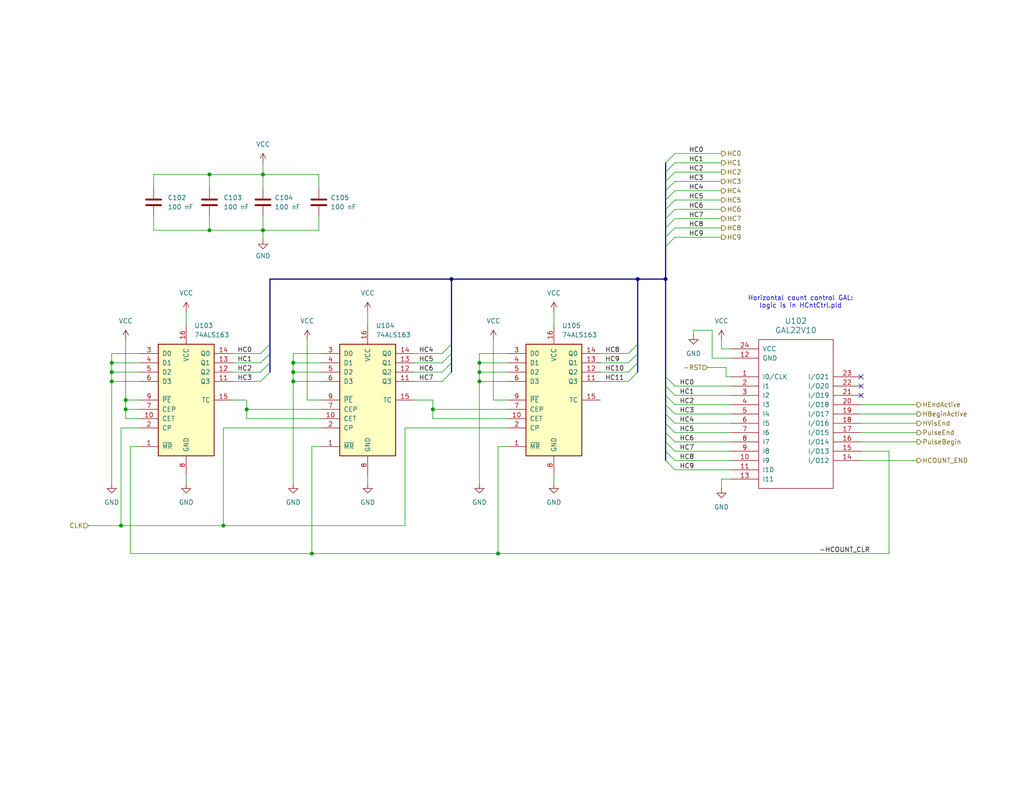
<source format=kicad_sch>
(kicad_sch (version 20231120) (generator "eeschema") (generator_version "8.0")
  (paper "USLetter")
  (title_block (title "Horizontal count") (company "daveho hacks"))
  (lib_symbols
    (symbol "74xx:74LS163" (pin_names (offset 1.016))
      (property "Reference" "U" (at -7.62 16.51 0))
      (property "Value" "74LS163" (at -7.62 -16.51 0))
      (symbol "74LS163_1_0"
        (pin input line (at -12.7 -12.7 0) (length 5.08) (name "~{MR}") (number "1"))
        (pin input line (at -12.7 -5.08 0) (length 5.08) (name "CET") (number "10"))
        (pin output line (at 12.7 5.08 180) (length 5.08) (name "Q3") (number "11"))
        (pin output line (at 12.7 7.62 180) (length 5.08) (name "Q2") (number "12"))
        (pin output line (at 12.7 10.16 180) (length 5.08) (name "Q1") (number "13"))
        (pin output line (at 12.7 12.7 180) (length 5.08) (name "Q0") (number "14"))
        (pin output line (at 12.7 0 180) (length 5.08) (name "TC") (number "15"))
        (pin power_in line (at 0 20.32 270) (length 5.08) (name "VCC") (number "16"))
        (pin input line (at -12.7 -7.62 0) (length 5.08) (name "CP") (number "2"))
        (pin input line (at -12.7 12.7 0) (length 5.08) (name "D0") (number "3"))
        (pin input line (at -12.7 10.16 0) (length 5.08) (name "D1") (number "4"))
        (pin input line (at -12.7 7.62 0) (length 5.08) (name "D2") (number "5"))
        (pin input line (at -12.7 5.08 0) (length 5.08) (name "D3") (number "6"))
        (pin input line (at -12.7 -2.54 0) (length 5.08) (name "CEP") (number "7"))
        (pin power_in line (at 0 -20.32 90) (length 5.08) (name "GND") (number "8"))
        (pin input line (at -12.7 0 0) (length 5.08) (name "~{PE}") (number "9"))
      )
      (symbol "74LS163_1_1"
        (rectangle (start -7.62 15.24) (end 7.62 -15.24) (stroke (width 0.254)) (fill (type background)))
      )
    )
    (symbol "Device:C" (pin_numbers hide) (pin_names (offset 0.254))
      (property "Reference" "C" (at 0.635 2.54 0))
      (property "Value" "C" (at 0.635 -2.54 0))
      (symbol "C_0_1"
        (polyline (pts (xy -2.032 -0.762) (xy 2.032 -0.762)) (stroke (width 0.508)))
        (polyline (pts (xy -2.032 0.762) (xy 2.032 0.762)) (stroke (width 0.508)))
      )
      (symbol "C_1_1"
        (pin passive line (at 0 3.81 270) (length 2.794) (name "~") (number "1"))
        (pin passive line (at 0 -3.81 90) (length 2.794) (name "~") (number "2"))
      )
    )
    (symbol "GND_1" (power) (pin_numbers hide) (pin_names (offset 0) hide)
      (property "Value" "GND" (at 0 -3.81 0))
      (symbol "GND_1_0_1"
        (polyline (pts (xy 0 0) (xy 0 -1.27) (xy 1.27 -1.27) (xy 0 -2.54) (xy -1.27 -1.27) (xy 0 -1.27)))
      )
      (symbol "GND_1_1_1"
        (pin power_in line (at 0 0 270) (length 0) (name "~") (number "1"))
      )
    )
    (symbol "GND_2" (power) (pin_numbers hide) (pin_names (offset 0) hide)
      (property "Value" "GND" (at 0 -3.81 0))
      (symbol "GND_2_0_1"
        (polyline (pts (xy 0 0) (xy 0 -1.27) (xy 1.27 -1.27) (xy 0 -2.54) (xy -1.27 -1.27) (xy 0 -1.27)))
      )
      (symbol "GND_2_1_1"
        (pin power_in line (at 0 0 270) (length 0) (name "~") (number "1"))
      )
    )
    (symbol "VCC_1" (power) (pin_numbers hide) (pin_names (offset 0) hide)
      (property "Value" "VCC" (at 0 3.556 0))
      (symbol "VCC_1_0_1"
        (polyline (pts (xy -0.762 1.27) (xy 0 2.54)))
        (polyline (pts (xy 0 0) (xy 0 2.54)))
        (polyline (pts (xy 0 2.54) (xy 0.762 1.27)))
      )
      (symbol "VCC_1_1_1"
        (pin power_in line (at 0 0 90) (length 0) (name "~") (number "1"))
      )
    )
    (symbol "power:GND" (power) (pin_names (offset 0))
      (property "Value" "GND" (at 0 -3.81 0))
      (symbol "GND_0_1"
        (polyline (pts (xy 0 0) (xy 0 -1.27) (xy 1.27 -1.27) (xy 0 -2.54) (xy -1.27 -1.27) (xy 0 -1.27)))
      )
      (symbol "GND_1_1"
        (pin power_in line (at 0 0 270) (length 0) hide (name "GND") (number "1"))
      )
    )
    (symbol "power:VCC" (power) (pin_names (offset 0))
      (property "Value" "VCC" (at 0 3.81 0))
      (symbol "VCC_0_1"
        (polyline (pts (xy -0.762 1.27) (xy 0 2.54)))
        (polyline (pts (xy 0 0) (xy 0 2.54)))
        (polyline (pts (xy 0 2.54) (xy 0.762 1.27)))
      )
      (symbol "VCC_1_1"
        (pin power_in line (at 0 0 90) (length 0) hide (name "VCC") (number "1"))
      )
    )
    (symbol "ya68k:GAL22V10" (pin_names (offset 1.016))
      (property "Reference" "U" (at -1.27 20.32 0))
      (property "Value" "GAL22V10" (at 0 -24.13 0))
      (symbol "GAL22V10_0_1"
        (rectangle (start -10.16 19.05) (end 10.16 -21.59))
      )
      (symbol "GAL22V10_1_1"
        (pin input line (at -17.78 8.89 0) (length 7.62) (name "I0/CLK") (number "1"))
        (pin input line (at -17.78 -13.97 0) (length 7.62) (name "I9") (number "10"))
        (pin input line (at -17.78 -16.51 0) (length 7.62) (name "I10") (number "11"))
        (pin power_in line (at -17.78 13.97 0) (length 7.62) (name "GND") (number "12"))
        (pin input line (at -17.78 -19.05 0) (length 7.62) (name "I11") (number "13"))
        (pin bidirectional line (at 17.78 -13.97 180) (length 7.62) (name "I/O12") (number "14"))
        (pin bidirectional line (at 17.78 -11.43 180) (length 7.62) (name "I/O13") (number "15"))
        (pin bidirectional line (at 17.78 -8.89 180) (length 7.62) (name "I/O14") (number "16"))
        (pin bidirectional line (at 17.78 -6.35 180) (length 7.62) (name "I/O15") (number "17"))
        (pin bidirectional line (at 17.78 -3.81 180) (length 7.62) (name "I/O16") (number "18"))
        (pin bidirectional line (at 17.78 -1.27 180) (length 7.62) (name "I/O17") (number "19"))
        (pin input line (at -17.78 6.35 0) (length 7.62) (name "I1") (number "2"))
        (pin bidirectional line (at 17.78 1.27 180) (length 7.62) (name "I/O18") (number "20"))
        (pin bidirectional line (at 17.78 3.81 180) (length 7.62) (name "I/O19") (number "21"))
        (pin bidirectional line (at 17.78 6.35 180) (length 7.62) (name "I/O20") (number "22"))
        (pin bidirectional line (at 17.78 8.89 180) (length 7.62) (name "I/O21") (number "23"))
        (pin power_in line (at -17.78 16.51 0) (length 7.62) (name "VCC") (number "24"))
        (pin input line (at -17.78 3.81 0) (length 7.62) (name "I2") (number "3"))
        (pin input line (at -17.78 1.27 0) (length 7.62) (name "I3") (number "4"))
        (pin input line (at -17.78 -1.27 0) (length 7.62) (name "I4") (number "5"))
        (pin input line (at -17.78 -3.81 0) (length 7.62) (name "I5") (number "6"))
        (pin input line (at -17.78 -6.35 0) (length 7.62) (name "I6") (number "7"))
        (pin input line (at -17.78 -8.89 0) (length 7.62) (name "I7") (number "8"))
        (pin input line (at -17.78 -11.43 0) (length 7.62) (name "I8") (number "9"))
      )
    )
  )
  (junction (at 130.81 101.6))
  (junction (at 33.02 143.51))
  (junction (at 173.99 76.2))
  (junction (at 135.89 151.13))
  (junction (at 118.11 111.76))
  (junction (at 34.29 109.22))
  (junction (at 71.755 47.625))
  (junction (at 60.96 143.51))
  (junction (at 80.01 99.06))
  (junction (at 80.01 104.14))
  (junction (at 130.81 104.14))
  (junction (at 130.81 99.06))
  (junction (at 30.48 104.14))
  (junction (at 67.31 111.76))
  (junction (at 80.01 101.6))
  (junction (at 34.29 111.76))
  (junction (at 30.48 101.6))
  (junction (at 30.48 99.06))
  (junction (at 57.15 62.865))
  (junction (at 85.09 151.13))
  (junction (at 57.15 47.625))
  (junction (at 181.61 76.2))
  (junction (at 123.19 76.2))
  (junction (at 71.755 62.865))
  (no_connect (at 234.95 105.41))
  (no_connect (at 234.95 102.87))
  (no_connect (at 234.95 107.95))
  (bus_entry (at 181.61 44.45) (size 2.54 -2.54))
  (bus_entry (at 181.61 64.77) (size 2.54 -2.54))
  (bus_entry (at 171.45 104.14) (size 2.54 -2.54))
  (bus_entry (at 181.61 62.23) (size 2.54 -2.54))
  (bus_entry (at 181.61 52.07) (size 2.54 -2.54))
  (bus_entry (at 181.61 125.73) (size 2.54 2.54))
  (bus_entry (at 171.45 96.52) (size 2.54 -2.54))
  (bus_entry (at 181.61 120.65) (size 2.54 2.54))
  (bus_entry (at 181.61 57.15) (size 2.54 -2.54))
  (bus_entry (at 71.12 96.52) (size 2.54 -2.54))
  (bus_entry (at 171.45 101.6) (size 2.54 -2.54))
  (bus_entry (at 71.12 99.06) (size 2.54 -2.54))
  (bus_entry (at 120.65 101.6) (size 2.54 -2.54))
  (bus_entry (at 181.61 118.11) (size 2.54 2.54))
  (bus_entry (at 181.61 115.57) (size 2.54 2.54))
  (bus_entry (at 181.61 123.19) (size 2.54 2.54))
  (bus_entry (at 181.61 105.41) (size 2.54 2.54))
  (bus_entry (at 181.61 113.03) (size 2.54 2.54))
  (bus_entry (at 71.12 101.6) (size 2.54 -2.54))
  (bus_entry (at 181.61 49.53) (size 2.54 -2.54))
  (bus_entry (at 71.12 104.14) (size 2.54 -2.54))
  (bus_entry (at 120.65 96.52) (size 2.54 -2.54))
  (bus_entry (at 181.61 110.49) (size 2.54 2.54))
  (bus_entry (at 181.61 107.95) (size 2.54 2.54))
  (bus_entry (at 181.61 59.69) (size 2.54 -2.54))
  (bus_entry (at 120.65 99.06) (size 2.54 -2.54))
  (bus_entry (at 181.61 46.99) (size 2.54 -2.54))
  (bus_entry (at 120.65 104.14) (size 2.54 -2.54))
  (bus_entry (at 181.61 54.61) (size 2.54 -2.54))
  (bus_entry (at 171.45 99.06) (size 2.54 -2.54))
  (bus_entry (at 184.15 105.41) (size -2.54 -2.54))
  (bus_entry (at 181.61 67.31) (size 2.54 -2.54))
  (wire (pts (xy 138.43 96.52) (xy 130.81 96.52)))
  (wire (pts (xy 151.13 129.54) (xy 151.13 132.08)))
  (wire (pts (xy 110.49 116.84) (xy 110.49 143.51)))
  (wire (pts (xy 30.48 96.52) (xy 30.48 99.06)))
  (bus (pts (xy 181.61 115.57) (xy 181.61 118.11)))
  (bus (pts (xy 73.66 93.98) (xy 73.66 76.2)))
  (bus (pts (xy 181.61 105.41) (xy 181.61 107.95)))
  (bus (pts (xy 123.19 99.06) (xy 123.19 101.6)))
  (wire (pts (xy 86.995 47.625) (xy 71.755 47.625)))
  (bus (pts (xy 181.61 52.07) (xy 181.61 54.61)))
  (wire (pts (xy 38.1 114.3) (xy 34.29 114.3)))
  (wire (pts (xy 85.09 151.13) (xy 85.09 121.92)))
  (wire (pts (xy 184.15 49.53) (xy 196.85 49.53)))
  (wire (pts (xy 57.15 47.625) (xy 71.755 47.625)))
  (wire (pts (xy 184.15 59.69) (xy 196.85 59.69)))
  (wire (pts (xy 198.12 102.87) (xy 199.39 102.87)))
  (wire (pts (xy 163.83 104.14) (xy 171.45 104.14)))
  (wire (pts (xy 234.95 115.57) (xy 250.19 115.57)))
  (wire (pts (xy 130.81 99.06) (xy 138.43 99.06)))
  (bus (pts (xy 73.66 76.2) (xy 123.19 76.2)))
  (wire (pts (xy 41.91 51.435) (xy 41.91 47.625)))
  (wire (pts (xy 184.15 125.73) (xy 199.39 125.73)))
  (wire (pts (xy 60.96 143.51) (xy 33.02 143.51)))
  (wire (pts (xy 118.11 109.22) (xy 118.11 111.76)))
  (wire (pts (xy 130.81 104.14) (xy 138.43 104.14)))
  (wire (pts (xy 184.15 52.07) (xy 196.85 52.07)))
  (wire (pts (xy 57.15 47.625) (xy 57.15 51.435)))
  (bus (pts (xy 73.66 96.52) (xy 73.66 93.98)))
  (wire (pts (xy 184.15 46.99) (xy 196.85 46.99)))
  (wire (pts (xy 135.89 151.13) (xy 135.89 121.92)))
  (bus (pts (xy 181.61 46.99) (xy 181.61 49.53)))
  (wire (pts (xy 184.15 120.65) (xy 199.39 120.65)))
  (bus (pts (xy 181.61 59.69) (xy 181.61 62.23)))
  (bus (pts (xy 181.61 64.77) (xy 181.61 67.31)))
  (wire (pts (xy 163.83 99.06) (xy 171.45 99.06)))
  (wire (pts (xy 194.31 97.79) (xy 194.31 90.17)))
  (bus (pts (xy 173.99 96.52) (xy 173.99 99.06)))
  (wire (pts (xy 184.15 113.03) (xy 199.39 113.03)))
  (wire (pts (xy 242.57 151.13) (xy 135.89 151.13)))
  (wire (pts (xy 71.755 59.055) (xy 71.755 62.865)))
  (wire (pts (xy 34.29 92.71) (xy 34.29 109.22)))
  (wire (pts (xy 85.09 151.13) (xy 135.89 151.13)))
  (wire (pts (xy 113.03 96.52) (xy 120.65 96.52)))
  (wire (pts (xy 38.1 111.76) (xy 34.29 111.76)))
  (wire (pts (xy 86.995 59.055) (xy 86.995 62.865)))
  (bus (pts (xy 173.99 99.06) (xy 173.99 101.6)))
  (wire (pts (xy 83.82 92.71) (xy 83.82 109.22)))
  (bus (pts (xy 181.61 57.15) (xy 181.61 59.69)))
  (wire (pts (xy 80.01 101.6) (xy 87.63 101.6)))
  (bus (pts (xy 181.61 107.95) (xy 181.61 110.49)))
  (wire (pts (xy 135.89 121.92) (xy 138.43 121.92)))
  (bus (pts (xy 181.61 44.45) (xy 181.61 46.99)))
  (wire (pts (xy 184.15 107.95) (xy 199.39 107.95)))
  (wire (pts (xy 50.8 129.54) (xy 50.8 132.08)))
  (bus (pts (xy 123.19 93.98) (xy 123.19 96.52)))
  (wire (pts (xy 113.03 101.6) (xy 120.65 101.6)))
  (wire (pts (xy 71.755 62.865) (xy 71.755 65.405)))
  (bus (pts (xy 181.61 62.23) (xy 181.61 64.77)))
  (wire (pts (xy 234.95 110.49) (xy 250.19 110.49)))
  (wire (pts (xy 35.56 151.13) (xy 35.56 121.92)))
  (wire (pts (xy 130.81 101.6) (xy 130.81 104.14)))
  (wire (pts (xy 134.62 92.71) (xy 134.62 109.22)))
  (wire (pts (xy 57.15 62.865) (xy 71.755 62.865)))
  (bus (pts (xy 181.61 102.87) (xy 181.61 105.41)))
  (wire (pts (xy 57.15 59.055) (xy 57.15 62.865)))
  (wire (pts (xy 100.33 129.54) (xy 100.33 132.08)))
  (wire (pts (xy 60.96 116.84) (xy 60.96 143.51)))
  (wire (pts (xy 118.11 111.76) (xy 138.43 111.76)))
  (wire (pts (xy 87.63 96.52) (xy 80.01 96.52)))
  (wire (pts (xy 41.91 59.055) (xy 41.91 62.865)))
  (wire (pts (xy 41.91 47.625) (xy 57.15 47.625)))
  (wire (pts (xy 35.56 121.92) (xy 38.1 121.92)))
  (wire (pts (xy 234.95 118.11) (xy 250.19 118.11)))
  (wire (pts (xy 100.33 85.09) (xy 100.33 88.9)))
  (wire (pts (xy 34.29 114.3) (xy 34.29 111.76)))
  (bus (pts (xy 181.61 120.65) (xy 181.61 123.19)))
  (bus (pts (xy 181.61 54.61) (xy 181.61 57.15)))
  (wire (pts (xy 113.03 104.14) (xy 120.65 104.14)))
  (wire (pts (xy 184.15 123.19) (xy 199.39 123.19)))
  (wire (pts (xy 30.48 101.6) (xy 30.48 104.14)))
  (wire (pts (xy 67.31 114.3) (xy 67.31 111.76)))
  (wire (pts (xy 138.43 114.3) (xy 118.11 114.3)))
  (wire (pts (xy 130.81 99.06) (xy 130.81 101.6)))
  (wire (pts (xy 184.15 44.45) (xy 196.85 44.45)))
  (bus (pts (xy 123.19 76.2) (xy 173.99 76.2)))
  (wire (pts (xy 33.02 116.84) (xy 38.1 116.84)))
  (wire (pts (xy 130.81 101.6) (xy 138.43 101.6)))
  (wire (pts (xy 184.15 41.91) (xy 196.85 41.91)))
  (bus (pts (xy 181.61 67.31) (xy 181.61 76.2)))
  (wire (pts (xy 71.755 44.45) (xy 71.755 47.625)))
  (bus (pts (xy 181.61 110.49) (xy 181.61 113.03)))
  (wire (pts (xy 196.85 92.71) (xy 196.85 95.25)))
  (wire (pts (xy 87.63 114.3) (xy 67.31 114.3)))
  (wire (pts (xy 193.04 100.33) (xy 198.12 100.33)))
  (wire (pts (xy 63.5 99.06) (xy 71.12 99.06)))
  (wire (pts (xy 189.23 90.17) (xy 189.23 91.44)))
  (wire (pts (xy 194.31 97.79) (xy 199.39 97.79)))
  (wire (pts (xy 242.57 123.19) (xy 242.57 151.13)))
  (wire (pts (xy 50.8 85.09) (xy 50.8 88.9)))
  (bus (pts (xy 173.99 76.2) (xy 181.61 76.2)))
  (wire (pts (xy 87.63 109.22) (xy 83.82 109.22)))
  (wire (pts (xy 34.29 111.76) (xy 34.29 109.22)))
  (wire (pts (xy 234.95 125.73) (xy 250.19 125.73)))
  (wire (pts (xy 80.01 96.52) (xy 80.01 99.06)))
  (wire (pts (xy 67.31 111.76) (xy 87.63 111.76)))
  (wire (pts (xy 184.15 118.11) (xy 199.39 118.11)))
  (wire (pts (xy 118.11 114.3) (xy 118.11 111.76)))
  (wire (pts (xy 199.39 95.25) (xy 196.85 95.25)))
  (wire (pts (xy 184.15 62.23) (xy 196.85 62.23)))
  (wire (pts (xy 196.85 130.81) (xy 196.85 133.35)))
  (bus (pts (xy 123.19 96.52) (xy 123.19 99.06)))
  (wire (pts (xy 163.83 96.52) (xy 171.45 96.52)))
  (wire (pts (xy 35.56 151.13) (xy 85.09 151.13)))
  (wire (pts (xy 234.95 123.19) (xy 242.57 123.19)))
  (wire (pts (xy 130.81 104.14) (xy 130.81 132.08)))
  (wire (pts (xy 110.49 143.51) (xy 60.96 143.51)))
  (wire (pts (xy 113.03 99.06) (xy 120.65 99.06)))
  (wire (pts (xy 67.31 109.22) (xy 67.31 111.76)))
  (wire (pts (xy 38.1 109.22) (xy 34.29 109.22)))
  (wire (pts (xy 199.39 130.81) (xy 196.85 130.81)))
  (wire (pts (xy 30.48 99.06) (xy 38.1 99.06)))
  (bus (pts (xy 173.99 76.2) (xy 173.99 93.98)))
  (bus (pts (xy 173.99 93.98) (xy 173.99 96.52)))
  (wire (pts (xy 30.48 104.14) (xy 38.1 104.14)))
  (wire (pts (xy 151.13 85.09) (xy 151.13 88.9)))
  (wire (pts (xy 138.43 116.84) (xy 110.49 116.84)))
  (wire (pts (xy 63.5 96.52) (xy 71.12 96.52)))
  (wire (pts (xy 234.95 113.03) (xy 250.19 113.03)))
  (wire (pts (xy 86.995 51.435) (xy 86.995 47.625)))
  (wire (pts (xy 41.91 62.865) (xy 57.15 62.865)))
  (wire (pts (xy 184.15 64.77) (xy 196.85 64.77)))
  (wire (pts (xy 87.63 116.84) (xy 60.96 116.84)))
  (bus (pts (xy 123.19 76.2) (xy 123.19 93.98)))
  (wire (pts (xy 198.12 100.33) (xy 198.12 102.87)))
  (wire (pts (xy 63.5 101.6) (xy 71.12 101.6)))
  (wire (pts (xy 184.15 115.57) (xy 199.39 115.57)))
  (wire (pts (xy 63.5 104.14) (xy 71.12 104.14)))
  (wire (pts (xy 184.15 54.61) (xy 196.85 54.61)))
  (wire (pts (xy 38.1 96.52) (xy 30.48 96.52)))
  (wire (pts (xy 163.83 101.6) (xy 171.45 101.6)))
  (wire (pts (xy 80.01 101.6) (xy 80.01 104.14)))
  (wire (pts (xy 113.03 109.22) (xy 118.11 109.22)))
  (bus (pts (xy 73.66 99.06) (xy 73.66 96.52)))
  (bus (pts (xy 181.61 118.11) (xy 181.61 120.65)))
  (wire (pts (xy 86.995 62.865) (xy 71.755 62.865)))
  (wire (pts (xy 85.09 121.92) (xy 87.63 121.92)))
  (wire (pts (xy 33.02 143.51) (xy 33.02 116.84)))
  (bus (pts (xy 181.61 76.2) (xy 181.61 102.87)))
  (wire (pts (xy 234.95 120.65) (xy 250.19 120.65)))
  (wire (pts (xy 80.01 104.14) (xy 80.01 132.08)))
  (wire (pts (xy 30.48 99.06) (xy 30.48 101.6)))
  (wire (pts (xy 80.01 104.14) (xy 87.63 104.14)))
  (wire (pts (xy 80.01 99.06) (xy 80.01 101.6)))
  (wire (pts (xy 30.48 104.14) (xy 30.48 132.08)))
  (bus (pts (xy 181.61 49.53) (xy 181.61 52.07)))
  (wire (pts (xy 30.48 101.6) (xy 38.1 101.6)))
  (wire (pts (xy 63.5 109.22) (xy 67.31 109.22)))
  (wire (pts (xy 71.755 47.625) (xy 71.755 51.435)))
  (bus (pts (xy 73.66 101.6) (xy 73.66 99.06)))
  (wire (pts (xy 24.13 143.51) (xy 33.02 143.51)))
  (wire (pts (xy 80.01 99.06) (xy 87.63 99.06)))
  (wire (pts (xy 184.15 128.27) (xy 199.39 128.27)))
  (wire (pts (xy 138.43 109.22) (xy 134.62 109.22)))
  (wire (pts (xy 194.31 90.17) (xy 189.23 90.17)))
  (wire (pts (xy 184.15 57.15) (xy 196.85 57.15)))
  (wire (pts (xy 184.15 105.41) (xy 199.39 105.41)))
  (wire (pts (xy 130.81 96.52) (xy 130.81 99.06)))
  (bus (pts (xy 181.61 113.03) (xy 181.61 115.57)))
  (wire (pts (xy 184.15 110.49) (xy 199.39 110.49)))
  (bus (pts (xy 181.61 123.19) (xy 181.61 125.73)))
  (text "Horizontal count control GAL:\nlogic is in HCntCtrl.pld" (at 218.44 82.55 0) (effects (font (size 1.27 1.27))))
  (label "HC1" (at 185.42 107.95 0))
  (label "HC9" (at 185.42 128.27 0))
  (label "HC4" (at 114.3 96.52 0))
  (label "HC2" (at 64.77 101.6 0))
  (label "HC7" (at 114.3 104.14 0))
  (label "HC6" (at 187.96 57.15 0))
  (label "HC6" (at 114.3 101.6 0))
  (label "HC6" (at 185.42 120.65 0))
  (label "HC0" (at 187.96 41.91 0))
  (label "HC7" (at 187.96 59.69 0))
  (label "HC10" (at 165.1 101.6 0))
  (label "HC4" (at 185.42 115.57 0))
  (label "HC1" (at 187.96 44.45 0))
  (label "HC8" (at 165.1 96.52 0))
  (label "HC0" (at 185.42 105.41 0))
  (label "HC3" (at 185.42 113.03 0))
  (label "HC2" (at 187.96 46.99 0))
  (label "HC11" (at 165.1 104.14 0))
  (label "HC1" (at 64.77 99.06 0))
  (label "HC0" (at 64.77 96.52 0))
  (label "HC4" (at 187.96 52.07 0))
  (label "HC5" (at 185.42 118.11 0))
  (label "HC2" (at 185.42 110.49 0))
  (label "HC9" (at 187.96 64.77 0))
  (label "HC8" (at 187.96 62.23 0))
  (label "HC9" (at 165.1 99.06 0))
  (label "HC3" (at 64.77 104.14 0))
  (label "HC5" (at 187.96 54.61 0))
  (label "HC7" (at 185.42 123.19 0))
  (label "-HCOUNT_CLR" (at 223.52 151.13 0))
  (label "HC3" (at 187.96 49.53 0))
  (label "HC8" (at 185.42 125.73 0))
  (label "HC5" (at 114.3 99.06 0))
  (hierarchical_label "HC3" (shape output) (at 196.85 49.53 0))
  (hierarchical_label "HC2" (shape output) (at 196.85 46.99 0))
  (hierarchical_label "HC6" (shape output) (at 196.85 57.15 0))
  (hierarchical_label "HC7" (shape output) (at 196.85 59.69 0))
  (hierarchical_label "-RST" (shape input) (at 193.04 100.33 180))
  (hierarchical_label "HC4" (shape output) (at 196.85 52.07 0))
  (hierarchical_label "CLK" (shape input) (at 24.13 143.51 180))
  (hierarchical_label "HC9" (shape output) (at 196.85 64.77 0))
  (hierarchical_label "HC5" (shape output) (at 196.85 54.61 0))
  (hierarchical_label "HC8" (shape output) (at 196.85 62.23 0))
  (hierarchical_label "HEndActive" (shape output) (at 250.19 110.49 0))
  (hierarchical_label "HC0" (shape output) (at 196.85 41.91 0))
  (hierarchical_label "HVisEnd" (shape output) (at 250.19 115.57 0))
  (hierarchical_label "HCOUNT_END" (shape output) (at 250.19 125.73 0))
  (hierarchical_label "HBeginActive" (shape output) (at 250.19 113.03 0))
  (hierarchical_label "PulseBegin" (shape output) (at 250.19 120.65 0))
  (hierarchical_label "HC1" (shape output) (at 196.85 44.45 0))
  (hierarchical_label "PulseEnd" (shape output) (at 250.19 118.11 0))
  (symbol (lib_id "Device:C") (at 71.755 55.245 0) (unit 1)
    (property "Reference" "C104" (at 74.93 53.975 0) (effects (justify left)))
    (property "Value" "100 nF" (at 74.93 56.515 0) (effects (justify left)))
  )
  (symbol (lib_name "VCC_1") (lib_id "power:VCC") (at 196.85 92.71 0) (unit 1)
    (property "Reference" "#PWR03" (effects (hide yes)))
    (property "Value" "VCC" (at 196.85 87.63 0))
    (property "Description" "Power symbol creates a global label with name \"VCC\"" (effects (hide yes)))
  )
  (symbol (lib_id "power:VCC") (at 151.13 85.09 0) (unit 1)
    (property "Reference" "#PWR015" (effects (hide yes)))
    (property "Value" "VCC" (at 151.13 80.01 0))
  )
  (symbol (lib_id "power:VCC") (at 83.82 92.71 0) (unit 1)
    (property "Reference" "#PWR010" (effects (hide yes)))
    (property "Value" "VCC" (at 83.82 87.63 0))
  )
  (symbol (lib_id "Device:C") (at 57.15 55.245 0) (unit 1)
    (property "Reference" "C103" (at 60.96 53.975 0) (effects (justify left)))
    (property "Value" "100 nF" (at 60.96 56.515 0) (effects (justify left)))
  )
  (symbol (lib_id "power:GND") (at 30.48 132.08 0) (unit 1)
    (property "Reference" "#PWR05" (effects (hide yes)))
    (property "Value" "GND" (at 30.48 137.16 0))
  )
  (symbol (lib_id "74xx:74LS163") (at 50.8 109.22 0) (unit 1)
    (property "Reference" "U103" (at 52.9941 88.9 0) (effects (justify left)))
    (property "Value" "74ALS163" (at 52.9941 91.44 0) (effects (justify left)))
    (property "Datasheet" "http://www.ti.com/lit/gpn/sn74LS163" (effects (hide yes)))
  )
  (symbol (lib_id "power:GND") (at 80.01 132.08 0) (unit 1)
    (property "Reference" "#PWR09" (effects (hide yes)))
    (property "Value" "GND" (at 80.01 137.16 0))
  )
  (symbol (lib_id "ya68k:GAL22V10") (at 217.17 111.76 0) (unit 1)
    (property "Reference" "U102" (at 217.17 87.63 0) (effects (font (size 1.524 1.524))))
    (property "Value" "GAL22V10" (at 217.17 90.17 0) (effects (font (size 1.524 1.524))))
  )
  (symbol (lib_name "GND_2") (lib_id "power:GND") (at 196.85 133.35 0) (unit 1)
    (property "Reference" "#PWR017" (effects (hide yes)))
    (property "Value" "GND" (at 196.85 138.43 0))
    (property "Description" "Power symbol creates a global label with name \"GND\" , ground" (effects (hide yes)))
  )
  (symbol (lib_id "74xx:74LS163") (at 151.13 109.22 0) (unit 1)
    (property "Reference" "U105" (at 153.3241 88.9 0) (effects (justify left)))
    (property "Value" "74ALS163" (at 153.3241 91.44 0) (effects (justify left)))
    (property "Datasheet" "http://www.ti.com/lit/gpn/sn74LS163" (effects (hide yes)))
  )
  (symbol (lib_id "power:VCC") (at 34.29 92.71 0) (unit 1)
    (property "Reference" "#PWR06" (effects (hide yes)))
    (property "Value" "VCC" (at 34.29 87.63 0))
  )
  (symbol (lib_id "power:GND") (at 151.13 132.08 0) (unit 1)
    (property "Reference" "#PWR016" (effects (hide yes)))
    (property "Value" "GND" (at 151.13 137.16 0))
  )
  (symbol (lib_id "Device:C") (at 86.995 55.245 0) (unit 1)
    (property "Reference" "C105" (at 90.17 53.975 0) (effects (justify left)))
    (property "Value" "100 nF" (at 90.17 56.515 0) (effects (justify left)))
  )
  (symbol (lib_id "power:GND") (at 50.8 132.08 0) (unit 1)
    (property "Reference" "#PWR08" (effects (hide yes)))
    (property "Value" "GND" (at 50.8 137.16 0))
  )
  (symbol (lib_id "74xx:74LS163") (at 100.33 109.22 0) (unit 1)
    (property "Reference" "U104" (at 102.5241 88.9 0) (effects (justify left)))
    (property "Value" "74ALS163" (at 102.5241 91.44 0) (effects (justify left)))
    (property "Datasheet" "http://www.ti.com/lit/gpn/sn74LS163" (effects (hide yes)))
  )
  (symbol (lib_id "power:GND") (at 71.755 65.405 0) (unit 1)
    (property "Reference" "#PWR023" (effects (hide yes)))
    (property "Value" "GND" (at 71.755 69.85 0))
  )
  (symbol (lib_name "GND_1") (lib_id "power:GND") (at 189.23 91.44 0) (unit 1)
    (property "Reference" "#PWR04" (effects (hide yes)))
    (property "Value" "GND" (at 189.23 96.52 0))
    (property "Description" "Power symbol creates a global label with name \"GND\" , ground" (effects (hide yes)))
  )
  (symbol (lib_id "power:VCC") (at 100.33 85.09 0) (unit 1)
    (property "Reference" "#PWR011" (effects (hide yes)))
    (property "Value" "VCC" (at 100.33 80.01 0))
  )
  (symbol (lib_id "power:GND") (at 100.33 132.08 0) (unit 1)
    (property "Reference" "#PWR012" (effects (hide yes)))
    (property "Value" "GND" (at 100.33 137.16 0))
  )
  (symbol (lib_id "power:VCC") (at 50.8 85.09 0) (unit 1)
    (property "Reference" "#PWR07" (effects (hide yes)))
    (property "Value" "VCC" (at 50.8 80.01 0))
  )
  (symbol (lib_id "power:VCC") (at 134.62 92.71 0) (unit 1)
    (property "Reference" "#PWR014" (effects (hide yes)))
    (property "Value" "VCC" (at 134.62 87.63 0))
  )
  (symbol (lib_id "Device:C") (at 41.91 55.245 0) (unit 1)
    (property "Reference" "C102" (at 45.72 53.975 0) (effects (justify left)))
    (property "Value" "100 nF" (at 45.72 56.515 0) (effects (justify left)))
  )
  (symbol (lib_id "power:GND") (at 130.81 132.08 0) (unit 1)
    (property "Reference" "#PWR013" (effects (hide yes)))
    (property "Value" "GND" (at 130.81 137.16 0))
  )
  (symbol (lib_id "power:VCC") (at 71.755 44.45 0) (unit 1)
    (property "Reference" "#PWR022" (effects (hide yes)))
    (property "Value" "VCC" (at 71.755 39.37 0))
  )
)
</source>
